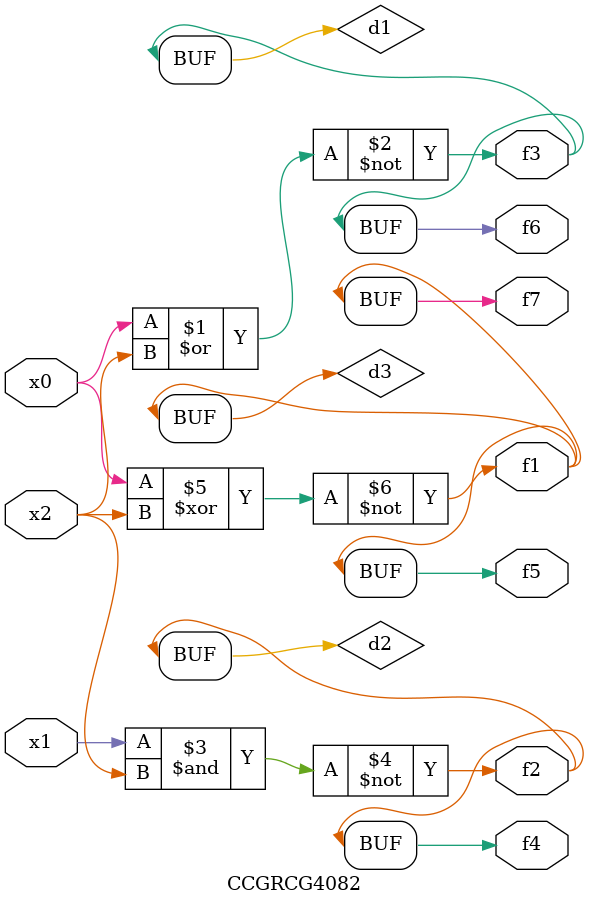
<source format=v>
module CCGRCG4082(
	input x0, x1, x2,
	output f1, f2, f3, f4, f5, f6, f7
);

	wire d1, d2, d3;

	nor (d1, x0, x2);
	nand (d2, x1, x2);
	xnor (d3, x0, x2);
	assign f1 = d3;
	assign f2 = d2;
	assign f3 = d1;
	assign f4 = d2;
	assign f5 = d3;
	assign f6 = d1;
	assign f7 = d3;
endmodule

</source>
